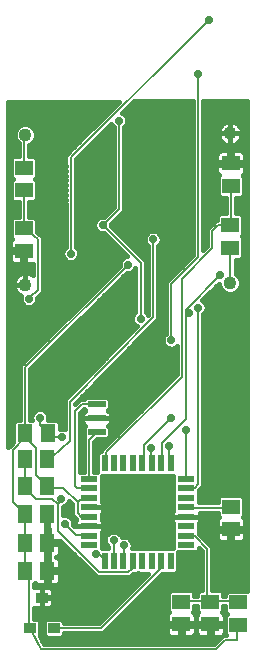
<source format=gbl>
G75*
%MOIN*%
%OFA0B0*%
%FSLAX25Y25*%
%IPPOS*%
%LPD*%
%AMOC8*
5,1,8,0,0,1.08239X$1,22.5*
%
%ADD10R,0.05800X0.02000*%
%ADD11R,0.02000X0.05800*%
%ADD12C,0.04362*%
%ADD13R,0.05906X0.05118*%
%ADD14R,0.05906X0.01969*%
%ADD15R,0.05118X0.05906*%
%ADD16R,0.03937X0.03543*%
%ADD17C,0.01600*%
%ADD18C,0.02800*%
%ADD19C,0.00600*%
D10*
X0033607Y0044652D03*
X0033607Y0047752D03*
X0033607Y0050952D03*
X0033607Y0054052D03*
X0033607Y0057252D03*
X0033607Y0060352D03*
X0033607Y0063552D03*
X0033607Y0066652D03*
X0066007Y0066652D03*
X0066007Y0063552D03*
X0066007Y0060352D03*
X0066007Y0057252D03*
X0066007Y0054052D03*
X0066007Y0050952D03*
X0066007Y0047752D03*
X0066007Y0044652D03*
D11*
X0060807Y0039452D03*
X0057707Y0039452D03*
X0054507Y0039452D03*
X0051407Y0039452D03*
X0048207Y0039452D03*
X0045107Y0039452D03*
X0041907Y0039452D03*
X0038807Y0039452D03*
X0038807Y0071852D03*
X0041907Y0071852D03*
X0045107Y0071852D03*
X0048207Y0071852D03*
X0051407Y0071852D03*
X0054507Y0071852D03*
X0057707Y0071852D03*
X0060807Y0071852D03*
D12*
X0080618Y0131912D03*
X0080618Y0181912D03*
X0012405Y0181439D03*
X0012405Y0131439D03*
D13*
X0011897Y0142716D03*
X0011897Y0150196D03*
X0011901Y0162891D03*
X0011901Y0170371D03*
X0064380Y0025696D03*
X0064380Y0018216D03*
X0074075Y0018239D03*
X0074075Y0025719D03*
X0083322Y0025496D03*
X0083322Y0018016D03*
X0080876Y0049894D03*
X0080876Y0057374D03*
X0080744Y0143777D03*
X0080744Y0151257D03*
X0080821Y0164416D03*
X0080821Y0171897D03*
D14*
X0036149Y0091715D03*
X0036149Y0086990D03*
X0036149Y0082266D03*
D15*
X0019838Y0082057D03*
X0019703Y0073439D03*
X0019703Y0064284D03*
X0019603Y0054878D03*
X0019709Y0045426D03*
X0019679Y0036073D03*
X0012199Y0036073D03*
X0012228Y0045426D03*
X0012122Y0054878D03*
X0012222Y0064284D03*
X0012222Y0073439D03*
X0012358Y0082057D03*
D16*
X0017923Y0027157D03*
X0013986Y0016921D03*
X0021860Y0016921D03*
D17*
X0025228Y0015261D02*
X0025228Y0014569D01*
X0024408Y0013749D01*
X0019312Y0013749D01*
X0018491Y0014569D01*
X0018491Y0019273D01*
X0019312Y0020093D01*
X0024408Y0020093D01*
X0025228Y0019273D01*
X0025228Y0018661D01*
X0036874Y0018661D01*
X0053364Y0035152D01*
X0049827Y0035152D01*
X0049807Y0035172D01*
X0049787Y0035152D01*
X0048572Y0035152D01*
X0048278Y0034857D01*
X0047282Y0033861D01*
X0036274Y0033861D01*
X0024068Y0046067D01*
X0024068Y0045905D01*
X0020188Y0045905D01*
X0020188Y0044946D01*
X0020188Y0040825D01*
X0020158Y0040825D01*
X0020158Y0036552D01*
X0019199Y0036552D01*
X0019199Y0040673D01*
X0019229Y0040673D01*
X0019229Y0044946D01*
X0020188Y0044946D01*
X0024068Y0044946D01*
X0024068Y0042236D01*
X0023945Y0041778D01*
X0023708Y0041368D01*
X0023373Y0041033D01*
X0022962Y0040796D01*
X0022774Y0040745D01*
X0022933Y0040703D01*
X0023343Y0040466D01*
X0023678Y0040131D01*
X0023915Y0039720D01*
X0024038Y0039262D01*
X0024038Y0036552D01*
X0020159Y0036552D01*
X0020159Y0035593D01*
X0024038Y0035593D01*
X0024038Y0032883D01*
X0023915Y0032425D01*
X0023678Y0032015D01*
X0023343Y0031679D01*
X0022933Y0031442D01*
X0022475Y0031320D01*
X0020158Y0031320D01*
X0020158Y0035593D01*
X0019199Y0035593D01*
X0019199Y0031320D01*
X0016883Y0031320D01*
X0016425Y0031442D01*
X0016015Y0031679D01*
X0015680Y0032015D01*
X0015662Y0032044D01*
X0015338Y0031720D01*
X0015278Y0031720D01*
X0015278Y0030611D01*
X0015717Y0030729D01*
X0017837Y0030729D01*
X0017837Y0027243D01*
X0018009Y0027243D01*
X0021691Y0027243D01*
X0021691Y0029166D01*
X0021569Y0029624D01*
X0021332Y0030034D01*
X0020997Y0030369D01*
X0020586Y0030606D01*
X0020128Y0030729D01*
X0018009Y0030729D01*
X0018009Y0027243D01*
X0018009Y0027071D01*
X0018009Y0023586D01*
X0020128Y0023586D01*
X0020586Y0023708D01*
X0020997Y0023945D01*
X0021332Y0024280D01*
X0021569Y0024691D01*
X0021691Y0025149D01*
X0021691Y0027071D01*
X0018009Y0027071D01*
X0017837Y0027071D01*
X0017837Y0023586D01*
X0015717Y0023586D01*
X0015278Y0023703D01*
X0015278Y0020093D01*
X0016534Y0020093D01*
X0017354Y0019273D01*
X0017354Y0014569D01*
X0017185Y0014400D01*
X0018701Y0011621D01*
X0075272Y0011723D01*
X0077489Y0013940D01*
X0077265Y0013880D01*
X0074555Y0013880D01*
X0074555Y0017759D01*
X0073596Y0017759D01*
X0073596Y0013880D01*
X0070886Y0013880D01*
X0070428Y0014002D01*
X0070017Y0014239D01*
X0069682Y0014574D01*
X0069445Y0014985D01*
X0069323Y0015443D01*
X0069323Y0017759D01*
X0073596Y0017759D01*
X0073596Y0018718D01*
X0069323Y0018718D01*
X0069323Y0021035D01*
X0069445Y0021492D01*
X0069682Y0021903D01*
X0070017Y0022238D01*
X0070047Y0022255D01*
X0069723Y0022580D01*
X0069723Y0024261D01*
X0068733Y0024261D01*
X0068733Y0022557D01*
X0068408Y0022233D01*
X0068438Y0022215D01*
X0068773Y0021880D01*
X0069010Y0021470D01*
X0069133Y0021012D01*
X0069133Y0018695D01*
X0064860Y0018695D01*
X0064860Y0017736D01*
X0069133Y0017736D01*
X0069133Y0015420D01*
X0069010Y0014962D01*
X0068773Y0014552D01*
X0068438Y0014216D01*
X0068028Y0013980D01*
X0067570Y0013857D01*
X0064860Y0013857D01*
X0064860Y0017736D01*
X0063901Y0017736D01*
X0063901Y0013857D01*
X0061190Y0013857D01*
X0060733Y0013980D01*
X0060322Y0014216D01*
X0059987Y0014552D01*
X0059750Y0014962D01*
X0059627Y0015420D01*
X0059627Y0017736D01*
X0063901Y0017736D01*
X0063901Y0018695D01*
X0059627Y0018695D01*
X0059627Y0021012D01*
X0059750Y0021470D01*
X0059987Y0021880D01*
X0060322Y0022215D01*
X0060352Y0022233D01*
X0060027Y0022557D01*
X0060027Y0028835D01*
X0060848Y0029655D01*
X0067913Y0029655D01*
X0068733Y0028835D01*
X0068733Y0027661D01*
X0069723Y0027661D01*
X0069723Y0028858D01*
X0070543Y0029678D01*
X0071278Y0029678D01*
X0071278Y0042657D01*
X0070307Y0043627D01*
X0070307Y0043072D01*
X0069487Y0042252D01*
X0063207Y0042252D01*
X0063207Y0035972D01*
X0062387Y0035152D01*
X0058172Y0035152D01*
X0058082Y0035061D01*
X0038282Y0015261D01*
X0025228Y0015261D01*
X0025014Y0014355D02*
X0060183Y0014355D01*
X0059627Y0015954D02*
X0038974Y0015954D01*
X0040573Y0017552D02*
X0059627Y0017552D01*
X0059627Y0019151D02*
X0042171Y0019151D01*
X0043770Y0020749D02*
X0059627Y0020749D01*
X0060237Y0022348D02*
X0045368Y0022348D01*
X0045356Y0027143D02*
X0018009Y0027143D01*
X0018009Y0025545D02*
X0017837Y0025545D01*
X0017837Y0023946D02*
X0018009Y0023946D01*
X0018009Y0028742D02*
X0017837Y0028742D01*
X0017837Y0030340D02*
X0018009Y0030340D01*
X0019199Y0031939D02*
X0020158Y0031939D01*
X0020158Y0033537D02*
X0019199Y0033537D01*
X0019199Y0035136D02*
X0020158Y0035136D01*
X0020158Y0036734D02*
X0019199Y0036734D01*
X0019199Y0038333D02*
X0020158Y0038333D01*
X0020158Y0039931D02*
X0019199Y0039931D01*
X0019229Y0041530D02*
X0020188Y0041530D01*
X0020188Y0043128D02*
X0019229Y0043128D01*
X0019229Y0044727D02*
X0020188Y0044727D01*
X0020188Y0045905D02*
X0019229Y0045905D01*
X0019229Y0050178D01*
X0019123Y0050178D01*
X0019123Y0054398D01*
X0020082Y0054398D01*
X0020082Y0050125D01*
X0020188Y0050125D01*
X0020188Y0045905D01*
X0020188Y0046326D02*
X0019229Y0046326D01*
X0019229Y0047924D02*
X0020188Y0047924D01*
X0020188Y0049523D02*
X0019229Y0049523D01*
X0019123Y0051121D02*
X0020082Y0051121D01*
X0020082Y0052720D02*
X0019123Y0052720D01*
X0019123Y0054318D02*
X0020082Y0054318D01*
X0024068Y0044727D02*
X0025408Y0044727D01*
X0024068Y0043128D02*
X0027006Y0043128D01*
X0028605Y0041530D02*
X0023802Y0041530D01*
X0023793Y0039931D02*
X0030203Y0039931D01*
X0031802Y0038333D02*
X0024038Y0038333D01*
X0024038Y0036734D02*
X0033400Y0036734D01*
X0034999Y0035136D02*
X0024038Y0035136D01*
X0024038Y0033537D02*
X0051750Y0033537D01*
X0050151Y0031939D02*
X0023603Y0031939D01*
X0021691Y0028742D02*
X0046954Y0028742D01*
X0048553Y0030340D02*
X0021026Y0030340D01*
X0021691Y0025545D02*
X0043757Y0025545D01*
X0042159Y0023946D02*
X0020998Y0023946D01*
X0018491Y0019151D02*
X0017354Y0019151D01*
X0017354Y0017552D02*
X0018491Y0017552D01*
X0018491Y0015954D02*
X0017354Y0015954D01*
X0017209Y0014355D02*
X0018706Y0014355D01*
X0018081Y0012757D02*
X0076306Y0012757D01*
X0074555Y0014355D02*
X0073596Y0014355D01*
X0073596Y0015954D02*
X0074555Y0015954D01*
X0074555Y0017552D02*
X0073596Y0017552D01*
X0074555Y0017759D02*
X0074555Y0018718D01*
X0078828Y0018718D01*
X0078828Y0021035D01*
X0078706Y0021492D01*
X0078469Y0021903D01*
X0078133Y0022238D01*
X0078104Y0022255D01*
X0078428Y0022580D01*
X0078428Y0024261D01*
X0078970Y0024261D01*
X0078970Y0022357D01*
X0079571Y0021756D01*
X0078970Y0021155D01*
X0078970Y0014877D01*
X0079198Y0014649D01*
X0078512Y0014649D01*
X0078706Y0014985D01*
X0078828Y0015443D01*
X0078828Y0017759D01*
X0074555Y0017759D01*
X0078196Y0022348D02*
X0078979Y0022348D01*
X0078970Y0023946D02*
X0078428Y0023946D01*
X0078828Y0020749D02*
X0078970Y0020749D01*
X0078970Y0019151D02*
X0078828Y0019151D01*
X0078828Y0017552D02*
X0078970Y0017552D01*
X0078970Y0015954D02*
X0078828Y0015954D01*
X0078970Y0027661D02*
X0078428Y0027661D01*
X0078428Y0028858D01*
X0077608Y0029678D01*
X0074678Y0029678D01*
X0074678Y0044065D01*
X0073682Y0045061D01*
X0070307Y0048436D01*
X0070307Y0049332D01*
X0070287Y0049352D01*
X0070307Y0049372D01*
X0070307Y0051906D01*
X0070348Y0051947D01*
X0070585Y0052357D01*
X0070707Y0052815D01*
X0070707Y0054052D01*
X0070707Y0055289D01*
X0070661Y0055461D01*
X0076524Y0055461D01*
X0076524Y0054235D01*
X0076848Y0053910D01*
X0076818Y0053893D01*
X0076483Y0053558D01*
X0076246Y0053147D01*
X0076124Y0052690D01*
X0076124Y0050373D01*
X0080397Y0050373D01*
X0080397Y0049414D01*
X0081356Y0049414D01*
X0081356Y0050373D01*
X0085629Y0050373D01*
X0085629Y0052690D01*
X0085507Y0053147D01*
X0085270Y0053558D01*
X0084934Y0053893D01*
X0084905Y0053910D01*
X0085229Y0054235D01*
X0085229Y0060513D01*
X0084409Y0061333D01*
X0077344Y0061333D01*
X0076524Y0060513D01*
X0076524Y0058861D01*
X0070307Y0058861D01*
X0070307Y0061932D01*
X0070287Y0061952D01*
X0070307Y0061972D01*
X0070307Y0062887D01*
X0070682Y0063261D01*
X0071678Y0064257D01*
X0071678Y0121501D01*
X0072351Y0122175D01*
X0072778Y0123204D01*
X0072778Y0124318D01*
X0072351Y0125347D01*
X0071564Y0126135D01*
X0071275Y0126255D01*
X0076782Y0131761D01*
X0077036Y0131761D01*
X0077036Y0131200D01*
X0077582Y0129884D01*
X0078589Y0128876D01*
X0079905Y0128331D01*
X0081330Y0128331D01*
X0082646Y0128876D01*
X0083653Y0129884D01*
X0084199Y0131200D01*
X0084199Y0132625D01*
X0083653Y0133941D01*
X0082646Y0134948D01*
X0082444Y0135032D01*
X0082444Y0139818D01*
X0084277Y0139818D01*
X0085097Y0140638D01*
X0085097Y0146916D01*
X0084496Y0147517D01*
X0085097Y0148118D01*
X0085097Y0154396D01*
X0084277Y0155216D01*
X0082521Y0155216D01*
X0082521Y0160457D01*
X0084354Y0160457D01*
X0085174Y0161277D01*
X0085174Y0167555D01*
X0084849Y0167880D01*
X0084879Y0167897D01*
X0085214Y0168232D01*
X0085451Y0168643D01*
X0085574Y0169101D01*
X0085574Y0171417D01*
X0081301Y0171417D01*
X0081301Y0172376D01*
X0085574Y0172376D01*
X0085574Y0174693D01*
X0085451Y0175151D01*
X0085214Y0175561D01*
X0084879Y0175896D01*
X0084469Y0176133D01*
X0084011Y0176256D01*
X0081301Y0176256D01*
X0081301Y0172376D01*
X0080341Y0172376D01*
X0080341Y0171417D01*
X0076068Y0171417D01*
X0076068Y0169101D01*
X0076191Y0168643D01*
X0076428Y0168232D01*
X0076763Y0167897D01*
X0076793Y0167880D01*
X0076468Y0167555D01*
X0076468Y0161277D01*
X0077288Y0160457D01*
X0079121Y0160457D01*
X0079121Y0155216D01*
X0077211Y0155216D01*
X0076391Y0154396D01*
X0076391Y0152957D01*
X0075934Y0152957D01*
X0074025Y0151048D01*
X0073029Y0150052D01*
X0073029Y0144217D01*
X0071678Y0142865D01*
X0071678Y0192670D01*
X0086288Y0192767D01*
X0086259Y0029455D01*
X0079790Y0029455D01*
X0078970Y0028635D01*
X0078970Y0027661D01*
X0079077Y0028742D02*
X0078428Y0028742D01*
X0074678Y0030340D02*
X0086259Y0030340D01*
X0086259Y0031939D02*
X0074678Y0031939D01*
X0074678Y0033537D02*
X0086259Y0033537D01*
X0086260Y0035136D02*
X0074678Y0035136D01*
X0074678Y0036734D02*
X0086260Y0036734D01*
X0086260Y0038333D02*
X0074678Y0038333D01*
X0074678Y0039931D02*
X0086261Y0039931D01*
X0086261Y0041530D02*
X0074678Y0041530D01*
X0074678Y0043128D02*
X0086261Y0043128D01*
X0086261Y0044727D02*
X0074016Y0044727D01*
X0073682Y0045061D02*
X0073682Y0045061D01*
X0072418Y0046326D02*
X0076428Y0046326D01*
X0076483Y0046229D02*
X0076818Y0045894D01*
X0077229Y0045657D01*
X0077687Y0045534D01*
X0080397Y0045534D01*
X0080397Y0049414D01*
X0076124Y0049414D01*
X0076124Y0047097D01*
X0076246Y0046640D01*
X0076483Y0046229D01*
X0076124Y0047924D02*
X0070819Y0047924D01*
X0070307Y0049523D02*
X0080397Y0049523D01*
X0081356Y0049523D02*
X0086262Y0049523D01*
X0085629Y0049414D02*
X0081356Y0049414D01*
X0081356Y0045534D01*
X0084066Y0045534D01*
X0084524Y0045657D01*
X0084934Y0045894D01*
X0085270Y0046229D01*
X0085507Y0046640D01*
X0085629Y0047097D01*
X0085629Y0049414D01*
X0085629Y0047924D02*
X0086262Y0047924D01*
X0086262Y0046326D02*
X0085325Y0046326D01*
X0085629Y0051121D02*
X0086263Y0051121D01*
X0086263Y0052720D02*
X0085621Y0052720D01*
X0085229Y0054318D02*
X0086263Y0054318D01*
X0086263Y0055917D02*
X0085229Y0055917D01*
X0085229Y0057515D02*
X0086264Y0057515D01*
X0086264Y0059114D02*
X0085229Y0059114D01*
X0085030Y0060712D02*
X0086264Y0060712D01*
X0086265Y0062311D02*
X0070307Y0062311D01*
X0070307Y0060712D02*
X0076723Y0060712D01*
X0076524Y0059114D02*
X0070307Y0059114D01*
X0070707Y0054318D02*
X0076524Y0054318D01*
X0076132Y0052720D02*
X0070682Y0052720D01*
X0070707Y0054052D02*
X0066008Y0054052D01*
X0070707Y0054052D01*
X0070307Y0051121D02*
X0076124Y0051121D01*
X0080397Y0047924D02*
X0081356Y0047924D01*
X0081356Y0046326D02*
X0080397Y0046326D01*
X0086265Y0063909D02*
X0071330Y0063909D01*
X0071678Y0065508D02*
X0086265Y0065508D01*
X0086265Y0067106D02*
X0071678Y0067106D01*
X0071678Y0068705D02*
X0086266Y0068705D01*
X0086266Y0070303D02*
X0071678Y0070303D01*
X0071678Y0071902D02*
X0086266Y0071902D01*
X0086267Y0073500D02*
X0071678Y0073500D01*
X0071678Y0075099D02*
X0086267Y0075099D01*
X0086267Y0076697D02*
X0071678Y0076697D01*
X0071678Y0078296D02*
X0086267Y0078296D01*
X0086268Y0079894D02*
X0071678Y0079894D01*
X0071678Y0081493D02*
X0086268Y0081493D01*
X0086268Y0083091D02*
X0071678Y0083091D01*
X0071678Y0084690D02*
X0086269Y0084690D01*
X0086269Y0086288D02*
X0071678Y0086288D01*
X0071678Y0087887D02*
X0086269Y0087887D01*
X0086269Y0089485D02*
X0071678Y0089485D01*
X0071678Y0091084D02*
X0086270Y0091084D01*
X0086270Y0092682D02*
X0071678Y0092682D01*
X0071678Y0094281D02*
X0086270Y0094281D01*
X0086271Y0095879D02*
X0071678Y0095879D01*
X0071678Y0097478D02*
X0086271Y0097478D01*
X0086271Y0099076D02*
X0071678Y0099076D01*
X0071678Y0100675D02*
X0086271Y0100675D01*
X0086272Y0102273D02*
X0071678Y0102273D01*
X0071678Y0103872D02*
X0086272Y0103872D01*
X0086272Y0105470D02*
X0071678Y0105470D01*
X0071678Y0107069D02*
X0086273Y0107069D01*
X0086273Y0108667D02*
X0071678Y0108667D01*
X0071678Y0110266D02*
X0086273Y0110266D01*
X0086273Y0111864D02*
X0071678Y0111864D01*
X0071678Y0113463D02*
X0086274Y0113463D01*
X0086274Y0115062D02*
X0071678Y0115062D01*
X0071678Y0116660D02*
X0086274Y0116660D01*
X0086275Y0118259D02*
X0071678Y0118259D01*
X0071678Y0119857D02*
X0086275Y0119857D01*
X0086275Y0121456D02*
X0071678Y0121456D01*
X0072715Y0123054D02*
X0086275Y0123054D01*
X0086276Y0124653D02*
X0072639Y0124653D01*
X0071283Y0126251D02*
X0086276Y0126251D01*
X0086276Y0127850D02*
X0072870Y0127850D01*
X0074469Y0129448D02*
X0078017Y0129448D01*
X0077100Y0131047D02*
X0076067Y0131047D01*
X0072647Y0143835D02*
X0071678Y0143835D01*
X0071678Y0145433D02*
X0073029Y0145433D01*
X0073029Y0147032D02*
X0071678Y0147032D01*
X0071678Y0148630D02*
X0073029Y0148630D01*
X0073205Y0150229D02*
X0071678Y0150229D01*
X0071678Y0151827D02*
X0074804Y0151827D01*
X0076391Y0153426D02*
X0071678Y0153426D01*
X0071678Y0155024D02*
X0077019Y0155024D01*
X0079121Y0156623D02*
X0071678Y0156623D01*
X0071678Y0158221D02*
X0079121Y0158221D01*
X0079121Y0159820D02*
X0071678Y0159820D01*
X0071678Y0161418D02*
X0076468Y0161418D01*
X0076468Y0163017D02*
X0071678Y0163017D01*
X0071678Y0164615D02*
X0076468Y0164615D01*
X0076468Y0166214D02*
X0071678Y0166214D01*
X0071678Y0167812D02*
X0076725Y0167812D01*
X0076068Y0169411D02*
X0071678Y0169411D01*
X0071678Y0171009D02*
X0076068Y0171009D01*
X0076068Y0172376D02*
X0080341Y0172376D01*
X0080341Y0176256D01*
X0077631Y0176256D01*
X0077173Y0176133D01*
X0076763Y0175896D01*
X0076428Y0175561D01*
X0076191Y0175151D01*
X0076068Y0174693D01*
X0076068Y0172376D01*
X0076068Y0172608D02*
X0071678Y0172608D01*
X0071678Y0174206D02*
X0076068Y0174206D01*
X0076672Y0175805D02*
X0071678Y0175805D01*
X0071678Y0177403D02*
X0086285Y0177403D01*
X0086285Y0175805D02*
X0084970Y0175805D01*
X0085574Y0174206D02*
X0086285Y0174206D01*
X0086284Y0172608D02*
X0085574Y0172608D01*
X0085574Y0171009D02*
X0086284Y0171009D01*
X0086284Y0169411D02*
X0085574Y0169411D01*
X0084917Y0167812D02*
X0086283Y0167812D01*
X0086283Y0166214D02*
X0085174Y0166214D01*
X0085174Y0164615D02*
X0086283Y0164615D01*
X0086283Y0163017D02*
X0085174Y0163017D01*
X0085174Y0161418D02*
X0086282Y0161418D01*
X0086282Y0159820D02*
X0082521Y0159820D01*
X0082521Y0158221D02*
X0086282Y0158221D01*
X0086281Y0156623D02*
X0082521Y0156623D01*
X0084469Y0155024D02*
X0086281Y0155024D01*
X0086281Y0153426D02*
X0085097Y0153426D01*
X0085097Y0151827D02*
X0086281Y0151827D01*
X0086280Y0150229D02*
X0085097Y0150229D01*
X0085097Y0148630D02*
X0086280Y0148630D01*
X0086280Y0147032D02*
X0084981Y0147032D01*
X0085097Y0145433D02*
X0086279Y0145433D01*
X0086279Y0143835D02*
X0085097Y0143835D01*
X0085097Y0142236D02*
X0086279Y0142236D01*
X0086279Y0140638D02*
X0085096Y0140638D01*
X0086278Y0139039D02*
X0082444Y0139039D01*
X0082444Y0137441D02*
X0086278Y0137441D01*
X0086278Y0135842D02*
X0082444Y0135842D01*
X0083350Y0134244D02*
X0086277Y0134244D01*
X0086277Y0132645D02*
X0084190Y0132645D01*
X0084135Y0131047D02*
X0086277Y0131047D01*
X0086277Y0129448D02*
X0083218Y0129448D01*
X0068278Y0141265D02*
X0060274Y0133261D01*
X0059278Y0132265D01*
X0059278Y0115221D01*
X0058604Y0114547D01*
X0058178Y0113518D01*
X0058178Y0112404D01*
X0058604Y0111375D01*
X0059392Y0110588D01*
X0060421Y0110161D01*
X0061535Y0110161D01*
X0062564Y0110588D01*
X0062827Y0110850D01*
X0062805Y0101509D01*
X0038585Y0077288D01*
X0038563Y0077288D01*
X0038089Y0076792D01*
X0037604Y0076307D01*
X0037604Y0076286D01*
X0037589Y0076271D01*
X0037592Y0076152D01*
X0037227Y0076152D01*
X0036407Y0075332D01*
X0036407Y0069052D01*
X0035307Y0069052D01*
X0035307Y0079020D01*
X0036169Y0079882D01*
X0039682Y0079882D01*
X0040502Y0080702D01*
X0040502Y0083830D01*
X0039928Y0084405D01*
X0040207Y0084566D01*
X0040542Y0084901D01*
X0040779Y0085311D01*
X0040902Y0085769D01*
X0040902Y0086990D01*
X0036149Y0086990D01*
X0031397Y0086990D01*
X0031397Y0085769D01*
X0031519Y0085311D01*
X0031756Y0084901D01*
X0032091Y0084566D01*
X0032371Y0084405D01*
X0031797Y0083830D01*
X0031797Y0080702D01*
X0031989Y0080510D01*
X0031907Y0080428D01*
X0031907Y0069052D01*
X0030577Y0069052D01*
X0030577Y0088572D01*
X0031976Y0089971D01*
X0032371Y0089576D01*
X0032091Y0089415D01*
X0031756Y0089080D01*
X0031519Y0088670D01*
X0031397Y0088212D01*
X0031397Y0086991D01*
X0036149Y0086991D01*
X0036149Y0086990D01*
X0036149Y0086991D01*
X0040902Y0086991D01*
X0040902Y0088212D01*
X0040779Y0088670D01*
X0040542Y0089080D01*
X0040207Y0089415D01*
X0039928Y0089576D01*
X0040502Y0090151D01*
X0040502Y0093279D01*
X0039682Y0094099D01*
X0032617Y0094099D01*
X0031932Y0093415D01*
X0030611Y0093415D01*
X0028887Y0091690D01*
X0028887Y0091730D01*
X0056185Y0119565D01*
X0056678Y0120057D01*
X0056678Y0120067D01*
X0056684Y0120074D01*
X0056678Y0120770D01*
X0056678Y0144301D01*
X0057351Y0144975D01*
X0057778Y0146004D01*
X0057778Y0147118D01*
X0057351Y0148147D01*
X0056564Y0148935D01*
X0055535Y0149361D01*
X0054421Y0149361D01*
X0053392Y0148935D01*
X0052604Y0148147D01*
X0052178Y0147118D01*
X0052178Y0146004D01*
X0052604Y0144975D01*
X0053278Y0144301D01*
X0053278Y0121456D01*
X0053274Y0121452D01*
X0053151Y0121747D01*
X0052478Y0122421D01*
X0052478Y0139465D01*
X0040978Y0150965D01*
X0040978Y0151757D01*
X0045278Y0156057D01*
X0045278Y0183901D01*
X0045951Y0184575D01*
X0046378Y0185604D01*
X0046378Y0186718D01*
X0045951Y0187747D01*
X0045164Y0188535D01*
X0044746Y0188708D01*
X0048579Y0192517D01*
X0068278Y0192648D01*
X0068278Y0141265D01*
X0067650Y0140638D02*
X0056678Y0140638D01*
X0056678Y0142236D02*
X0068278Y0142236D01*
X0068278Y0143835D02*
X0056678Y0143835D01*
X0057541Y0145433D02*
X0068278Y0145433D01*
X0068278Y0147032D02*
X0057778Y0147032D01*
X0056869Y0148630D02*
X0068278Y0148630D01*
X0068278Y0150229D02*
X0041714Y0150229D01*
X0041048Y0151827D02*
X0068278Y0151827D01*
X0068278Y0153426D02*
X0042646Y0153426D01*
X0041878Y0157465D02*
X0038574Y0154161D01*
X0037621Y0154161D01*
X0036592Y0153735D01*
X0035804Y0152947D01*
X0035378Y0151918D01*
X0035378Y0150804D01*
X0035804Y0149775D01*
X0036592Y0148988D01*
X0037621Y0148561D01*
X0038574Y0148561D01*
X0046174Y0140961D01*
X0046021Y0140961D01*
X0044992Y0140535D01*
X0044204Y0139747D01*
X0043778Y0138718D01*
X0043778Y0137765D01*
X0010678Y0104665D01*
X0010678Y0086409D01*
X0009219Y0086409D01*
X0008399Y0085589D01*
X0008399Y0078987D01*
X0007474Y0078061D01*
X0006776Y0077363D01*
X0006774Y0192240D01*
X0043723Y0192485D01*
X0026771Y0175636D01*
X0026766Y0175636D01*
X0026273Y0175141D01*
X0025776Y0174647D01*
X0025776Y0174642D01*
X0025772Y0174639D01*
X0025773Y0173940D01*
X0025771Y0173238D01*
X0025775Y0173235D01*
X0025824Y0144017D01*
X0025154Y0143347D01*
X0024728Y0142318D01*
X0024728Y0141204D01*
X0025154Y0140175D01*
X0025942Y0139388D01*
X0026971Y0138961D01*
X0028085Y0138961D01*
X0029114Y0139388D01*
X0029901Y0140175D01*
X0030328Y0141204D01*
X0030328Y0142318D01*
X0029901Y0143347D01*
X0029224Y0144025D01*
X0029175Y0173231D01*
X0041024Y0185009D01*
X0041204Y0184575D01*
X0041878Y0183901D01*
X0041878Y0157465D01*
X0041878Y0158221D02*
X0029200Y0158221D01*
X0029203Y0156623D02*
X0041035Y0156623D01*
X0041878Y0159820D02*
X0029197Y0159820D01*
X0029195Y0161418D02*
X0041878Y0161418D01*
X0041878Y0163017D02*
X0029192Y0163017D01*
X0029189Y0164615D02*
X0041878Y0164615D01*
X0041878Y0166214D02*
X0029186Y0166214D01*
X0029184Y0167812D02*
X0041878Y0167812D01*
X0041878Y0169411D02*
X0029181Y0169411D01*
X0029178Y0171009D02*
X0041878Y0171009D01*
X0041878Y0172608D02*
X0029176Y0172608D01*
X0030156Y0174206D02*
X0041878Y0174206D01*
X0041878Y0175805D02*
X0031764Y0175805D01*
X0031766Y0180600D02*
X0015934Y0180600D01*
X0015986Y0180726D02*
X0015441Y0179410D01*
X0014433Y0178403D01*
X0013601Y0178058D01*
X0013601Y0174330D01*
X0015434Y0174330D01*
X0016254Y0173510D01*
X0016254Y0167232D01*
X0015653Y0166631D01*
X0016254Y0166030D01*
X0016254Y0159752D01*
X0015434Y0158932D01*
X0013601Y0158932D01*
X0013601Y0154155D01*
X0015429Y0154155D01*
X0016250Y0153335D01*
X0016250Y0149148D01*
X0017095Y0148443D01*
X0017183Y0148443D01*
X0017627Y0148000D01*
X0018108Y0147599D01*
X0018116Y0147510D01*
X0018179Y0147448D01*
X0018179Y0146821D01*
X0018236Y0146196D01*
X0018179Y0146128D01*
X0018179Y0128883D01*
X0017183Y0127887D01*
X0016378Y0127081D01*
X0016378Y0126204D01*
X0015951Y0125175D01*
X0015164Y0124388D01*
X0014135Y0123961D01*
X0013021Y0123961D01*
X0011992Y0124388D01*
X0011204Y0125175D01*
X0010778Y0126204D01*
X0010778Y0127318D01*
X0010949Y0127732D01*
X0010519Y0127911D01*
X0009867Y0128346D01*
X0009313Y0128901D01*
X0008877Y0129553D01*
X0008577Y0130277D01*
X0008424Y0131046D01*
X0008424Y0131438D01*
X0012405Y0131438D01*
X0012405Y0131439D01*
X0012405Y0131439D01*
X0012405Y0135420D01*
X0012797Y0135420D01*
X0013566Y0135267D01*
X0014291Y0134967D01*
X0014779Y0134640D01*
X0014779Y0138357D01*
X0012376Y0138357D01*
X0012376Y0142236D01*
X0011417Y0142236D01*
X0012376Y0142236D01*
X0011417Y0142236D02*
X0011417Y0138357D01*
X0008707Y0138357D01*
X0008249Y0138480D01*
X0007839Y0138717D01*
X0007504Y0139052D01*
X0007267Y0139462D01*
X0007144Y0139920D01*
X0007144Y0142236D01*
X0006775Y0142236D01*
X0007144Y0142236D02*
X0011417Y0142236D01*
X0011417Y0143196D01*
X0007144Y0143196D01*
X0007144Y0145512D01*
X0007267Y0145970D01*
X0007504Y0146380D01*
X0007839Y0146715D01*
X0007869Y0146733D01*
X0007544Y0147057D01*
X0007544Y0153335D01*
X0008364Y0154155D01*
X0010201Y0154155D01*
X0010201Y0158932D01*
X0008368Y0158932D01*
X0007548Y0159752D01*
X0007548Y0166030D01*
X0008149Y0166631D01*
X0007548Y0167232D01*
X0007548Y0173510D01*
X0008368Y0174330D01*
X0010201Y0174330D01*
X0010201Y0178578D01*
X0009369Y0179410D01*
X0008824Y0180726D01*
X0008824Y0182151D01*
X0009369Y0183467D01*
X0010376Y0184474D01*
X0011693Y0185020D01*
X0013117Y0185020D01*
X0014433Y0184474D01*
X0015441Y0183467D01*
X0015986Y0182151D01*
X0015986Y0180726D01*
X0015966Y0182199D02*
X0033374Y0182199D01*
X0034982Y0183797D02*
X0015110Y0183797D01*
X0015033Y0179002D02*
X0030158Y0179002D01*
X0028549Y0177403D02*
X0013601Y0177403D01*
X0013601Y0175805D02*
X0026941Y0175805D01*
X0025773Y0174206D02*
X0015557Y0174206D01*
X0016254Y0172608D02*
X0025776Y0172608D01*
X0025778Y0171009D02*
X0016254Y0171009D01*
X0016254Y0169411D02*
X0025781Y0169411D01*
X0025784Y0167812D02*
X0016254Y0167812D01*
X0016070Y0166214D02*
X0025786Y0166214D01*
X0025789Y0164615D02*
X0016254Y0164615D01*
X0016254Y0163017D02*
X0025792Y0163017D01*
X0025795Y0161418D02*
X0016254Y0161418D01*
X0016254Y0159820D02*
X0025797Y0159820D01*
X0025800Y0158221D02*
X0013601Y0158221D01*
X0013601Y0156623D02*
X0025803Y0156623D01*
X0025805Y0155024D02*
X0013601Y0155024D01*
X0016159Y0153426D02*
X0025808Y0153426D01*
X0025811Y0151827D02*
X0016250Y0151827D01*
X0016250Y0150229D02*
X0025813Y0150229D01*
X0025816Y0148630D02*
X0016870Y0148630D01*
X0018179Y0147032D02*
X0025819Y0147032D01*
X0025822Y0145433D02*
X0018179Y0145433D01*
X0018179Y0143835D02*
X0025641Y0143835D01*
X0024728Y0142236D02*
X0018179Y0142236D01*
X0018179Y0140638D02*
X0024962Y0140638D01*
X0026783Y0139039D02*
X0018179Y0139039D01*
X0018179Y0137441D02*
X0043453Y0137441D01*
X0043911Y0139039D02*
X0028273Y0139039D01*
X0030093Y0140638D02*
X0045240Y0140638D01*
X0044899Y0142236D02*
X0030328Y0142236D01*
X0029414Y0143835D02*
X0043300Y0143835D01*
X0044911Y0147032D02*
X0052178Y0147032D01*
X0052414Y0145433D02*
X0046510Y0145433D01*
X0048108Y0143835D02*
X0053278Y0143835D01*
X0053278Y0142236D02*
X0049707Y0142236D01*
X0051305Y0140638D02*
X0053278Y0140638D01*
X0053278Y0139039D02*
X0052478Y0139039D01*
X0052478Y0137441D02*
X0053278Y0137441D01*
X0053278Y0135842D02*
X0052478Y0135842D01*
X0052478Y0134244D02*
X0053278Y0134244D01*
X0053278Y0132645D02*
X0052478Y0132645D01*
X0052478Y0131047D02*
X0053278Y0131047D01*
X0053278Y0129448D02*
X0052478Y0129448D01*
X0052478Y0127850D02*
X0053278Y0127850D01*
X0053278Y0126251D02*
X0052478Y0126251D01*
X0052478Y0124653D02*
X0053278Y0124653D01*
X0053278Y0123054D02*
X0052478Y0123054D01*
X0053272Y0121456D02*
X0053278Y0121456D01*
X0054904Y0118259D02*
X0059278Y0118259D01*
X0059278Y0119857D02*
X0056478Y0119857D01*
X0056678Y0121456D02*
X0059278Y0121456D01*
X0059278Y0123054D02*
X0056678Y0123054D01*
X0056678Y0124653D02*
X0059278Y0124653D01*
X0059278Y0126251D02*
X0056678Y0126251D01*
X0056678Y0127850D02*
X0059278Y0127850D01*
X0059278Y0129448D02*
X0056678Y0129448D01*
X0056678Y0131047D02*
X0059278Y0131047D01*
X0059657Y0132645D02*
X0056678Y0132645D01*
X0056678Y0134244D02*
X0061256Y0134244D01*
X0062854Y0135842D02*
X0056678Y0135842D01*
X0056678Y0137441D02*
X0064453Y0137441D01*
X0066051Y0139039D02*
X0056678Y0139039D01*
X0053087Y0148630D02*
X0043313Y0148630D01*
X0041702Y0145433D02*
X0029222Y0145433D01*
X0029219Y0147032D02*
X0040103Y0147032D01*
X0037454Y0148630D02*
X0029216Y0148630D01*
X0029213Y0150229D02*
X0035616Y0150229D01*
X0035378Y0151827D02*
X0029211Y0151827D01*
X0029208Y0153426D02*
X0036282Y0153426D01*
X0039437Y0155024D02*
X0029205Y0155024D01*
X0033372Y0177403D02*
X0041878Y0177403D01*
X0041878Y0179002D02*
X0034981Y0179002D01*
X0036589Y0180600D02*
X0041878Y0180600D01*
X0041878Y0182199D02*
X0038197Y0182199D01*
X0039805Y0183797D02*
X0041878Y0183797D01*
X0039807Y0188593D02*
X0006774Y0188593D01*
X0006774Y0186995D02*
X0038199Y0186995D01*
X0036591Y0185396D02*
X0006774Y0185396D01*
X0006774Y0183797D02*
X0009699Y0183797D01*
X0008844Y0182199D02*
X0006774Y0182199D01*
X0006774Y0180600D02*
X0008876Y0180600D01*
X0009777Y0179002D02*
X0006774Y0179002D01*
X0006774Y0177403D02*
X0010201Y0177403D01*
X0010201Y0175805D02*
X0006774Y0175805D01*
X0006774Y0174206D02*
X0008245Y0174206D01*
X0007548Y0172608D02*
X0006774Y0172608D01*
X0006774Y0171009D02*
X0007548Y0171009D01*
X0007548Y0169411D02*
X0006774Y0169411D01*
X0006774Y0167812D02*
X0007548Y0167812D01*
X0007733Y0166214D02*
X0006774Y0166214D01*
X0006774Y0164615D02*
X0007548Y0164615D01*
X0007548Y0163017D02*
X0006774Y0163017D01*
X0006774Y0161418D02*
X0007548Y0161418D01*
X0007548Y0159820D02*
X0006775Y0159820D01*
X0006775Y0158221D02*
X0010201Y0158221D01*
X0010201Y0156623D02*
X0006775Y0156623D01*
X0006775Y0155024D02*
X0010201Y0155024D01*
X0007635Y0153426D02*
X0006775Y0153426D01*
X0006775Y0151827D02*
X0007544Y0151827D01*
X0007544Y0150229D02*
X0006775Y0150229D01*
X0006775Y0148630D02*
X0007544Y0148630D01*
X0007570Y0147032D02*
X0006775Y0147032D01*
X0006775Y0145433D02*
X0007144Y0145433D01*
X0007144Y0143835D02*
X0006775Y0143835D01*
X0006775Y0140638D02*
X0007144Y0140638D01*
X0006775Y0139039D02*
X0007516Y0139039D01*
X0006775Y0137441D02*
X0014779Y0137441D01*
X0014779Y0135842D02*
X0006775Y0135842D01*
X0006775Y0134244D02*
X0009580Y0134244D01*
X0009313Y0133976D02*
X0008877Y0133324D01*
X0008577Y0132600D01*
X0008424Y0131831D01*
X0008424Y0131439D01*
X0012405Y0131439D01*
X0012405Y0135420D01*
X0012013Y0135420D01*
X0011244Y0135267D01*
X0010519Y0134967D01*
X0009867Y0134531D01*
X0009313Y0133976D01*
X0008596Y0132645D02*
X0006775Y0132645D01*
X0006775Y0131047D02*
X0008424Y0131047D01*
X0008947Y0129448D02*
X0006775Y0129448D01*
X0006775Y0127850D02*
X0010666Y0127850D01*
X0010778Y0126251D02*
X0006775Y0126251D01*
X0006775Y0124653D02*
X0011727Y0124653D01*
X0012405Y0132645D02*
X0012405Y0132645D01*
X0012405Y0134244D02*
X0012405Y0134244D01*
X0012376Y0139039D02*
X0011417Y0139039D01*
X0011417Y0140638D02*
X0012376Y0140638D01*
X0016378Y0126251D02*
X0032263Y0126251D01*
X0030665Y0124653D02*
X0015429Y0124653D01*
X0017146Y0127850D02*
X0033862Y0127850D01*
X0035460Y0129448D02*
X0018179Y0129448D01*
X0018179Y0131047D02*
X0037059Y0131047D01*
X0038657Y0132645D02*
X0018179Y0132645D01*
X0018179Y0134244D02*
X0040256Y0134244D01*
X0041854Y0135842D02*
X0018179Y0135842D01*
X0024271Y0118259D02*
X0006775Y0118259D01*
X0006775Y0119857D02*
X0025869Y0119857D01*
X0027468Y0121456D02*
X0006775Y0121456D01*
X0006775Y0123054D02*
X0029066Y0123054D01*
X0030678Y0119857D02*
X0047978Y0119857D01*
X0047978Y0119604D02*
X0048404Y0118575D01*
X0049192Y0117788D01*
X0049539Y0117644D01*
X0025984Y0093626D01*
X0025492Y0093138D01*
X0025492Y0093124D01*
X0025483Y0093115D01*
X0025489Y0092422D01*
X0025454Y0083238D01*
X0025156Y0083361D01*
X0024042Y0083361D01*
X0023797Y0083260D01*
X0023797Y0085589D01*
X0022977Y0086409D01*
X0019897Y0086409D01*
X0019978Y0086604D01*
X0019978Y0087718D01*
X0019551Y0088747D01*
X0018764Y0089535D01*
X0017735Y0089961D01*
X0016621Y0089961D01*
X0015592Y0089535D01*
X0014804Y0088747D01*
X0014378Y0087718D01*
X0014378Y0086604D01*
X0014459Y0086409D01*
X0014078Y0086409D01*
X0014078Y0103257D01*
X0046182Y0135361D01*
X0047135Y0135361D01*
X0048164Y0135788D01*
X0048951Y0136575D01*
X0049078Y0136880D01*
X0049078Y0122421D01*
X0048404Y0121747D01*
X0047978Y0120718D01*
X0047978Y0119604D01*
X0048721Y0118259D02*
X0029079Y0118259D01*
X0027481Y0116660D02*
X0048574Y0116660D01*
X0047007Y0115062D02*
X0025882Y0115062D01*
X0024284Y0113463D02*
X0045439Y0113463D01*
X0043871Y0111864D02*
X0022685Y0111864D01*
X0021087Y0110266D02*
X0042304Y0110266D01*
X0040736Y0108667D02*
X0019488Y0108667D01*
X0017890Y0107069D02*
X0039168Y0107069D01*
X0037600Y0105470D02*
X0016291Y0105470D01*
X0014693Y0103872D02*
X0036033Y0103872D01*
X0034465Y0102273D02*
X0014078Y0102273D01*
X0014078Y0100675D02*
X0032897Y0100675D01*
X0031330Y0099076D02*
X0014078Y0099076D01*
X0014078Y0097478D02*
X0029762Y0097478D01*
X0031389Y0094281D02*
X0055577Y0094281D01*
X0053979Y0092682D02*
X0040502Y0092682D01*
X0040502Y0091084D02*
X0052380Y0091084D01*
X0050782Y0089485D02*
X0040086Y0089485D01*
X0040902Y0087887D02*
X0049183Y0087887D01*
X0047585Y0086288D02*
X0040902Y0086288D01*
X0040331Y0084690D02*
X0045986Y0084690D01*
X0044388Y0083091D02*
X0040502Y0083091D01*
X0040502Y0081493D02*
X0042789Y0081493D01*
X0041191Y0079894D02*
X0039694Y0079894D01*
X0039592Y0078296D02*
X0035307Y0078296D01*
X0035307Y0076697D02*
X0037994Y0076697D01*
X0036407Y0075099D02*
X0035307Y0075099D01*
X0035307Y0073500D02*
X0036407Y0073500D01*
X0036407Y0071902D02*
X0035307Y0071902D01*
X0035307Y0070303D02*
X0036407Y0070303D01*
X0037907Y0067552D02*
X0043487Y0067552D01*
X0043507Y0067572D01*
X0043527Y0067552D01*
X0049787Y0067552D01*
X0049807Y0067572D01*
X0049827Y0067552D01*
X0056087Y0067552D01*
X0056107Y0067572D01*
X0056127Y0067552D01*
X0061707Y0067552D01*
X0061707Y0061972D01*
X0061727Y0061952D01*
X0061707Y0061932D01*
X0061707Y0056197D01*
X0061667Y0056157D01*
X0061430Y0055747D01*
X0061307Y0055289D01*
X0061307Y0054052D01*
X0066007Y0054052D01*
X0066007Y0054052D01*
X0061307Y0054052D01*
X0061307Y0052815D01*
X0061430Y0052357D01*
X0061667Y0051947D01*
X0061707Y0051906D01*
X0061707Y0049372D01*
X0061727Y0049352D01*
X0061707Y0049332D01*
X0061707Y0043752D01*
X0056127Y0043752D01*
X0056107Y0043732D01*
X0056087Y0043752D01*
X0049827Y0043752D01*
X0049807Y0043732D01*
X0049787Y0043752D01*
X0048073Y0043752D01*
X0048178Y0044004D01*
X0048178Y0045118D01*
X0047751Y0046147D01*
X0046964Y0046935D01*
X0045935Y0047361D01*
X0044821Y0047361D01*
X0044457Y0047210D01*
X0044151Y0047947D01*
X0043364Y0048735D01*
X0042335Y0049161D01*
X0041221Y0049161D01*
X0040192Y0048735D01*
X0039404Y0047947D01*
X0038978Y0046918D01*
X0038978Y0045804D01*
X0039404Y0044775D01*
X0040078Y0044101D01*
X0040078Y0043752D01*
X0037907Y0043752D01*
X0037907Y0046172D01*
X0037907Y0048806D01*
X0037948Y0048847D01*
X0038185Y0049257D01*
X0038307Y0049715D01*
X0038307Y0050952D01*
X0038307Y0052189D01*
X0038185Y0052647D01*
X0037948Y0053057D01*
X0037907Y0053097D01*
X0037907Y0055106D01*
X0037948Y0055147D01*
X0038185Y0055557D01*
X0038307Y0056015D01*
X0038307Y0057252D01*
X0038307Y0058489D01*
X0038185Y0058947D01*
X0037948Y0059357D01*
X0037907Y0059397D01*
X0037907Y0061932D01*
X0037887Y0061952D01*
X0037907Y0061972D01*
X0037907Y0067552D01*
X0037907Y0067106D02*
X0061707Y0067106D01*
X0061707Y0065508D02*
X0037907Y0065508D01*
X0037907Y0063909D02*
X0061707Y0063909D01*
X0061707Y0062311D02*
X0037907Y0062311D01*
X0037907Y0060712D02*
X0061707Y0060712D01*
X0061707Y0059114D02*
X0038088Y0059114D01*
X0038307Y0057515D02*
X0061707Y0057515D01*
X0061528Y0055917D02*
X0038281Y0055917D01*
X0038307Y0057252D02*
X0033608Y0057252D01*
X0038307Y0057252D01*
X0037907Y0054318D02*
X0061307Y0054318D01*
X0061333Y0052720D02*
X0038143Y0052720D01*
X0038307Y0051121D02*
X0061707Y0051121D01*
X0061707Y0049523D02*
X0038256Y0049523D01*
X0038307Y0050952D02*
X0033608Y0050952D01*
X0038307Y0050952D01*
X0037907Y0047924D02*
X0039394Y0047924D01*
X0038978Y0046326D02*
X0037907Y0046326D01*
X0037907Y0044727D02*
X0039452Y0044727D01*
X0044161Y0047924D02*
X0061707Y0047924D01*
X0061707Y0046326D02*
X0047573Y0046326D01*
X0048178Y0044727D02*
X0061707Y0044727D01*
X0063207Y0041530D02*
X0071278Y0041530D01*
X0071278Y0039931D02*
X0063207Y0039931D01*
X0063207Y0038333D02*
X0071278Y0038333D01*
X0071278Y0036734D02*
X0063207Y0036734D01*
X0060027Y0028742D02*
X0051763Y0028742D01*
X0053361Y0030340D02*
X0071278Y0030340D01*
X0071278Y0031939D02*
X0054960Y0031939D01*
X0056558Y0033537D02*
X0071278Y0033537D01*
X0071278Y0035136D02*
X0058157Y0035136D01*
X0060027Y0027143D02*
X0050164Y0027143D01*
X0048566Y0025545D02*
X0060027Y0025545D01*
X0060027Y0023946D02*
X0046967Y0023946D01*
X0048557Y0035136D02*
X0053348Y0035136D01*
X0063901Y0017552D02*
X0064860Y0017552D01*
X0064860Y0015954D02*
X0063901Y0015954D01*
X0063901Y0014355D02*
X0064860Y0014355D01*
X0068577Y0014355D02*
X0069901Y0014355D01*
X0069323Y0015954D02*
X0069133Y0015954D01*
X0069133Y0017552D02*
X0069323Y0017552D01*
X0069323Y0019151D02*
X0069133Y0019151D01*
X0069133Y0020749D02*
X0069323Y0020749D01*
X0069955Y0022348D02*
X0068524Y0022348D01*
X0068733Y0023946D02*
X0069723Y0023946D01*
X0069723Y0028742D02*
X0068733Y0028742D01*
X0070307Y0043128D02*
X0070806Y0043128D01*
X0066008Y0054052D02*
X0066008Y0054052D01*
X0057176Y0095879D02*
X0032956Y0095879D01*
X0034524Y0097478D02*
X0058774Y0097478D01*
X0060373Y0099076D02*
X0036092Y0099076D01*
X0037659Y0100675D02*
X0061971Y0100675D01*
X0062807Y0102273D02*
X0039227Y0102273D01*
X0040795Y0103872D02*
X0062811Y0103872D01*
X0062814Y0105470D02*
X0042363Y0105470D01*
X0043930Y0107069D02*
X0062818Y0107069D01*
X0062822Y0108667D02*
X0045498Y0108667D01*
X0047066Y0110266D02*
X0060168Y0110266D01*
X0061787Y0110266D02*
X0062825Y0110266D01*
X0059118Y0115062D02*
X0051769Y0115062D01*
X0053337Y0116660D02*
X0059278Y0116660D01*
X0058178Y0113463D02*
X0050201Y0113463D01*
X0048633Y0111864D02*
X0058401Y0111864D01*
X0049078Y0123054D02*
X0033875Y0123054D01*
X0035473Y0124653D02*
X0049078Y0124653D01*
X0049078Y0126251D02*
X0037072Y0126251D01*
X0038670Y0127850D02*
X0049078Y0127850D01*
X0049078Y0129448D02*
X0040269Y0129448D01*
X0041867Y0131047D02*
X0049078Y0131047D01*
X0049078Y0132645D02*
X0043466Y0132645D01*
X0045064Y0134244D02*
X0049078Y0134244D01*
X0049078Y0135842D02*
X0048218Y0135842D01*
X0048283Y0121456D02*
X0032276Y0121456D01*
X0022672Y0116660D02*
X0006775Y0116660D01*
X0006775Y0115062D02*
X0021074Y0115062D01*
X0019475Y0113463D02*
X0006775Y0113463D01*
X0006775Y0111864D02*
X0017877Y0111864D01*
X0016278Y0110266D02*
X0006775Y0110266D01*
X0006775Y0108667D02*
X0014680Y0108667D01*
X0013081Y0107069D02*
X0006775Y0107069D01*
X0006775Y0105470D02*
X0011483Y0105470D01*
X0010678Y0103872D02*
X0006775Y0103872D01*
X0006775Y0102273D02*
X0010678Y0102273D01*
X0010678Y0100675D02*
X0006775Y0100675D01*
X0006775Y0099076D02*
X0010678Y0099076D01*
X0010678Y0097478D02*
X0006775Y0097478D01*
X0006776Y0095879D02*
X0010678Y0095879D01*
X0010678Y0094281D02*
X0006776Y0094281D01*
X0006776Y0092682D02*
X0010678Y0092682D01*
X0010678Y0091084D02*
X0006776Y0091084D01*
X0006776Y0089485D02*
X0010678Y0089485D01*
X0010678Y0087887D02*
X0006776Y0087887D01*
X0006776Y0086288D02*
X0009098Y0086288D01*
X0008399Y0084690D02*
X0006776Y0084690D01*
X0006776Y0083091D02*
X0008399Y0083091D01*
X0008399Y0081493D02*
X0006776Y0081493D01*
X0006776Y0079894D02*
X0008399Y0079894D01*
X0007708Y0078296D02*
X0006776Y0078296D01*
X0014078Y0087887D02*
X0014448Y0087887D01*
X0014078Y0089485D02*
X0015542Y0089485D01*
X0014078Y0091084D02*
X0025484Y0091084D01*
X0025487Y0092682D02*
X0014078Y0092682D01*
X0014078Y0094281D02*
X0026626Y0094281D01*
X0028194Y0095879D02*
X0014078Y0095879D01*
X0018813Y0089485D02*
X0025478Y0089485D01*
X0025472Y0087887D02*
X0019908Y0087887D01*
X0023098Y0086288D02*
X0025466Y0086288D01*
X0025459Y0084690D02*
X0023797Y0084690D01*
X0030577Y0084690D02*
X0031967Y0084690D01*
X0031797Y0083091D02*
X0030577Y0083091D01*
X0030577Y0081493D02*
X0031797Y0081493D01*
X0031907Y0079894D02*
X0030577Y0079894D01*
X0030577Y0078296D02*
X0031907Y0078296D01*
X0031907Y0076697D02*
X0030577Y0076697D01*
X0030577Y0075099D02*
X0031907Y0075099D01*
X0031907Y0073500D02*
X0030577Y0073500D01*
X0030577Y0071902D02*
X0031907Y0071902D01*
X0031907Y0070303D02*
X0030577Y0070303D01*
X0027047Y0059288D02*
X0026751Y0058575D01*
X0025964Y0057788D01*
X0024935Y0057361D01*
X0024878Y0057361D01*
X0024878Y0054502D01*
X0025021Y0054561D01*
X0026135Y0054561D01*
X0027164Y0054135D01*
X0027951Y0053347D01*
X0028378Y0052318D01*
X0028378Y0051365D01*
X0028907Y0050836D01*
X0028907Y0050952D01*
X0033607Y0050952D01*
X0033607Y0050952D01*
X0028907Y0050952D01*
X0028907Y0052189D01*
X0029030Y0052647D01*
X0029267Y0053057D01*
X0029307Y0053097D01*
X0029307Y0053427D01*
X0029074Y0053661D01*
X0028078Y0054657D01*
X0028078Y0058257D01*
X0027047Y0059288D01*
X0026974Y0059114D02*
X0027221Y0059114D01*
X0028078Y0057515D02*
X0025306Y0057515D01*
X0024878Y0055917D02*
X0028078Y0055917D01*
X0028417Y0054318D02*
X0026722Y0054318D01*
X0028211Y0052720D02*
X0029072Y0052720D01*
X0028907Y0051121D02*
X0028622Y0051121D01*
X0033608Y0050952D02*
X0033608Y0050952D01*
X0033608Y0057252D02*
X0033608Y0057252D01*
X0031397Y0086288D02*
X0030577Y0086288D01*
X0030577Y0087887D02*
X0031397Y0087887D01*
X0031490Y0089485D02*
X0032213Y0089485D01*
X0029879Y0092682D02*
X0029821Y0092682D01*
X0015755Y0031939D02*
X0015557Y0031939D01*
X0015278Y0022348D02*
X0040560Y0022348D01*
X0038962Y0020749D02*
X0015278Y0020749D01*
X0025228Y0019151D02*
X0037363Y0019151D01*
X0044245Y0155024D02*
X0068278Y0155024D01*
X0068278Y0156623D02*
X0045278Y0156623D01*
X0045278Y0158221D02*
X0068278Y0158221D01*
X0068278Y0159820D02*
X0045278Y0159820D01*
X0045278Y0161418D02*
X0068278Y0161418D01*
X0068278Y0163017D02*
X0045278Y0163017D01*
X0045278Y0164615D02*
X0068278Y0164615D01*
X0068278Y0166214D02*
X0045278Y0166214D01*
X0045278Y0167812D02*
X0068278Y0167812D01*
X0068278Y0169411D02*
X0045278Y0169411D01*
X0045278Y0171009D02*
X0068278Y0171009D01*
X0068278Y0172608D02*
X0045278Y0172608D01*
X0045278Y0174206D02*
X0068278Y0174206D01*
X0068278Y0175805D02*
X0045278Y0175805D01*
X0045278Y0177403D02*
X0068278Y0177403D01*
X0068278Y0179002D02*
X0045278Y0179002D01*
X0045278Y0180600D02*
X0068278Y0180600D01*
X0068278Y0182199D02*
X0045278Y0182199D01*
X0045278Y0183797D02*
X0068278Y0183797D01*
X0068278Y0185396D02*
X0046291Y0185396D01*
X0046263Y0186995D02*
X0068278Y0186995D01*
X0068278Y0188593D02*
X0045024Y0188593D01*
X0046239Y0190192D02*
X0068278Y0190192D01*
X0068278Y0191790D02*
X0047847Y0191790D01*
X0043024Y0191790D02*
X0006774Y0191790D01*
X0006774Y0190192D02*
X0041416Y0190192D01*
X0071678Y0190192D02*
X0086287Y0190192D01*
X0086288Y0191790D02*
X0071678Y0191790D01*
X0071678Y0188593D02*
X0086287Y0188593D01*
X0086287Y0186995D02*
X0071678Y0186995D01*
X0071678Y0185396D02*
X0078666Y0185396D01*
X0078732Y0185440D02*
X0078080Y0185004D01*
X0077525Y0184450D01*
X0077090Y0183798D01*
X0076789Y0183073D01*
X0076636Y0182304D01*
X0076636Y0181912D01*
X0076636Y0181520D01*
X0076789Y0180751D01*
X0077090Y0180026D01*
X0077525Y0179374D01*
X0078080Y0178820D01*
X0078732Y0178384D01*
X0079456Y0178084D01*
X0080225Y0177931D01*
X0080617Y0177931D01*
X0080617Y0181912D01*
X0076636Y0181912D01*
X0080617Y0181912D01*
X0080617Y0181912D01*
X0080618Y0181912D01*
X0080618Y0181912D01*
X0084599Y0181912D01*
X0084599Y0181520D01*
X0084446Y0180751D01*
X0084146Y0180026D01*
X0083710Y0179374D01*
X0083155Y0178820D01*
X0082503Y0178384D01*
X0081779Y0178084D01*
X0081010Y0177931D01*
X0080618Y0177931D01*
X0080618Y0181912D01*
X0084599Y0181912D01*
X0084599Y0182304D01*
X0084446Y0183073D01*
X0084146Y0183798D01*
X0083710Y0184450D01*
X0083155Y0185004D01*
X0082503Y0185440D01*
X0081779Y0185740D01*
X0081010Y0185893D01*
X0080618Y0185893D01*
X0080618Y0181912D01*
X0080617Y0181912D01*
X0080617Y0185893D01*
X0080225Y0185893D01*
X0079456Y0185740D01*
X0078732Y0185440D01*
X0080617Y0185396D02*
X0080618Y0185396D01*
X0080617Y0183797D02*
X0080618Y0183797D01*
X0080617Y0182199D02*
X0080618Y0182199D01*
X0080617Y0180600D02*
X0080618Y0180600D01*
X0080617Y0179002D02*
X0080618Y0179002D01*
X0080341Y0175805D02*
X0081301Y0175805D01*
X0081301Y0174206D02*
X0080341Y0174206D01*
X0080341Y0172608D02*
X0081301Y0172608D01*
X0083337Y0179002D02*
X0086285Y0179002D01*
X0086286Y0180600D02*
X0084383Y0180600D01*
X0084599Y0182199D02*
X0086286Y0182199D01*
X0086286Y0183797D02*
X0084146Y0183797D01*
X0082569Y0185396D02*
X0086287Y0185396D01*
X0077898Y0179002D02*
X0071678Y0179002D01*
X0071678Y0180600D02*
X0076852Y0180600D01*
X0076636Y0182199D02*
X0071678Y0182199D01*
X0071678Y0183797D02*
X0077089Y0183797D01*
D18*
X0069978Y0201761D03*
X0073578Y0219761D03*
X0054978Y0146561D03*
X0046578Y0138161D03*
X0050778Y0120161D03*
X0043739Y0100769D03*
X0054378Y0076961D03*
X0060378Y0077561D03*
X0060978Y0087161D03*
X0065778Y0082961D03*
X0060978Y0112961D03*
X0066978Y0121961D03*
X0069978Y0123761D03*
X0077178Y0134561D03*
X0045378Y0044561D03*
X0041778Y0046361D03*
X0035778Y0041561D03*
X0025578Y0051761D03*
X0024378Y0060161D03*
X0024599Y0080561D03*
X0017178Y0087161D03*
X0028428Y0106878D03*
X0025214Y0125530D03*
X0027528Y0141761D03*
X0022714Y0154494D03*
X0013578Y0126761D03*
X0038178Y0151361D03*
X0038125Y0165906D03*
X0043578Y0186161D03*
X0081074Y0039380D03*
X0058469Y0013633D03*
D19*
X0013578Y0034361D02*
X0012378Y0035561D01*
X0012199Y0036073D01*
X0012378Y0036161D01*
X0012378Y0045161D01*
X0012228Y0045426D01*
X0012378Y0045761D01*
X0012378Y0054761D01*
X0012122Y0054878D01*
X0011778Y0055361D01*
X0008178Y0058961D01*
X0008178Y0076361D01*
X0012378Y0080561D01*
X0012358Y0082057D01*
X0012378Y0082361D01*
X0012378Y0103961D01*
X0046578Y0138161D01*
X0050778Y0138761D02*
X0038178Y0151361D01*
X0043578Y0156761D01*
X0043578Y0186161D01*
X0054978Y0146561D02*
X0054978Y0120761D01*
X0027189Y0092427D01*
X0027138Y0079195D01*
X0021378Y0073961D01*
X0020178Y0073961D01*
X0019703Y0073439D01*
X0015978Y0067961D02*
X0019578Y0064361D01*
X0019703Y0064284D01*
X0020178Y0063761D01*
X0024978Y0063761D01*
X0029778Y0058961D01*
X0030978Y0060161D01*
X0033378Y0060161D01*
X0033607Y0060352D01*
X0033587Y0063531D02*
X0033607Y0063552D01*
X0033587Y0063531D02*
X0029594Y0063531D01*
X0028877Y0064248D01*
X0028877Y0089276D01*
X0031316Y0091715D01*
X0036149Y0091715D01*
X0036149Y0082266D02*
X0033607Y0079724D01*
X0033607Y0066652D01*
X0029778Y0058961D02*
X0029778Y0055361D01*
X0030978Y0054161D01*
X0033378Y0054161D01*
X0033607Y0054052D01*
X0033378Y0048161D02*
X0033607Y0047752D01*
X0033378Y0048161D02*
X0029178Y0048161D01*
X0025578Y0051761D01*
X0023178Y0049361D02*
X0023178Y0058361D01*
X0024378Y0059561D01*
X0024378Y0060161D01*
X0023178Y0058361D02*
X0021378Y0060161D01*
X0015978Y0060161D01*
X0012378Y0063761D01*
X0012222Y0064284D01*
X0012378Y0064361D01*
X0012378Y0073361D01*
X0012222Y0073439D01*
X0015978Y0076961D02*
X0012378Y0080561D01*
X0012378Y0081761D01*
X0012358Y0082057D01*
X0015978Y0076961D02*
X0015978Y0067961D01*
X0021378Y0080561D02*
X0020178Y0081761D01*
X0019838Y0082057D01*
X0019578Y0082361D01*
X0017178Y0084761D01*
X0017178Y0087161D01*
X0021378Y0080561D02*
X0024599Y0080561D01*
X0023178Y0049361D02*
X0036978Y0035561D01*
X0046578Y0035561D01*
X0047778Y0036761D01*
X0047778Y0039161D01*
X0048207Y0039452D01*
X0045378Y0039761D02*
X0045378Y0044561D01*
X0045378Y0039761D02*
X0045107Y0039452D01*
X0041907Y0039452D02*
X0041778Y0039761D01*
X0041778Y0046361D01*
X0036978Y0041561D02*
X0038778Y0039761D01*
X0038807Y0039452D01*
X0036978Y0041561D02*
X0035778Y0041561D01*
X0057378Y0036761D02*
X0037578Y0016961D01*
X0021978Y0016961D01*
X0021860Y0016921D01*
X0014178Y0016361D02*
X0017692Y0009919D01*
X0075978Y0010024D01*
X0078903Y0012949D01*
X0083100Y0012949D01*
X0083100Y0018161D01*
X0083778Y0018161D01*
X0083322Y0018016D01*
X0083322Y0025496D02*
X0083778Y0025961D01*
X0073578Y0025961D01*
X0074075Y0025719D01*
X0072978Y0025961D02*
X0064578Y0025961D01*
X0064380Y0025696D01*
X0057378Y0039161D02*
X0057707Y0039452D01*
X0057378Y0039161D02*
X0057378Y0036761D01*
X0066007Y0047752D02*
X0066378Y0047561D01*
X0068778Y0047561D01*
X0072978Y0043361D01*
X0072978Y0025961D01*
X0066378Y0057161D02*
X0066007Y0057252D01*
X0066378Y0057161D02*
X0080778Y0057161D01*
X0080876Y0057374D01*
X0069978Y0064961D02*
X0069978Y0123761D01*
X0066978Y0121961D02*
X0065778Y0121961D01*
X0065778Y0123161D01*
X0077178Y0134561D01*
X0074729Y0143512D02*
X0064578Y0133361D01*
X0064504Y0100803D01*
X0039304Y0075603D01*
X0039378Y0072161D01*
X0038807Y0071852D01*
X0051407Y0071852D02*
X0051978Y0072161D01*
X0051978Y0078161D01*
X0060978Y0087161D01*
X0065778Y0086561D02*
X0057978Y0078761D01*
X0057978Y0072161D01*
X0057707Y0071852D01*
X0060378Y0072161D02*
X0060378Y0077561D01*
X0060378Y0072161D02*
X0060807Y0071852D01*
X0065778Y0066761D02*
X0066007Y0066652D01*
X0065778Y0066761D02*
X0065778Y0082961D01*
X0065778Y0086561D02*
X0065778Y0121961D01*
X0060978Y0112961D02*
X0060978Y0131561D01*
X0069978Y0140561D01*
X0069978Y0201761D01*
X0073578Y0219761D02*
X0027473Y0173937D01*
X0027528Y0141761D01*
X0016479Y0146743D02*
X0016479Y0129587D01*
X0014079Y0127187D01*
X0013578Y0126761D01*
X0016479Y0146743D02*
X0012378Y0150161D01*
X0011897Y0150196D01*
X0011901Y0150201D01*
X0011901Y0162891D01*
X0011901Y0170371D02*
X0011901Y0180935D01*
X0012405Y0181439D01*
X0050778Y0138761D02*
X0050778Y0120161D01*
X0054378Y0076961D02*
X0054378Y0072161D01*
X0054507Y0071852D01*
X0066007Y0063552D02*
X0066378Y0063761D01*
X0068778Y0063761D01*
X0069978Y0064961D01*
X0080618Y0131912D02*
X0080744Y0132039D01*
X0080744Y0143777D01*
X0081978Y0150761D02*
X0080744Y0151257D01*
X0076638Y0151257D01*
X0074729Y0149348D01*
X0074729Y0143512D01*
X0080744Y0151257D02*
X0080821Y0151334D01*
X0080821Y0164416D01*
X0013578Y0034361D02*
X0013578Y0016961D01*
X0013986Y0016921D01*
X0014178Y0016361D01*
M02*

</source>
